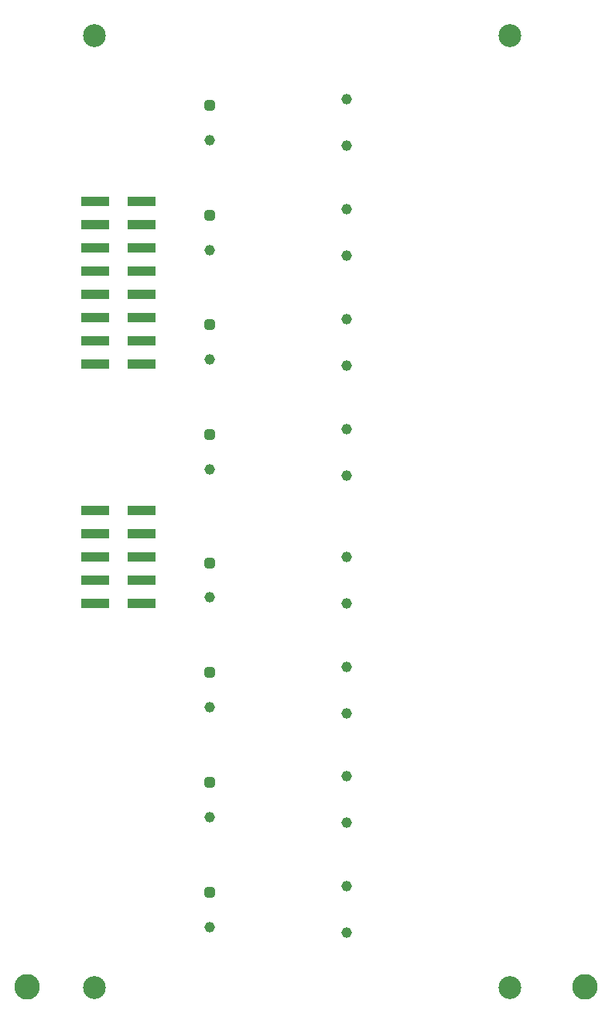
<source format=gbr>
%TF.GenerationSoftware,KiCad,Pcbnew,(6.0.1)*%
%TF.CreationDate,2023-08-04T16:14:03-07:00*%
%TF.ProjectId,pipes_sub,70697065-735f-4737-9562-2e6b69636164,1.2*%
%TF.SameCoordinates,Original*%
%TF.FileFunction,Soldermask,Top*%
%TF.FilePolarity,Negative*%
%FSLAX46Y46*%
G04 Gerber Fmt 4.6, Leading zero omitted, Abs format (unit mm)*
G04 Created by KiCad (PCBNEW (6.0.1)) date 2023-08-04 16:14:03*
%MOMM*%
%LPD*%
G01*
G04 APERTURE LIST*
G04 Aperture macros list*
%AMRoundRect*
0 Rectangle with rounded corners*
0 $1 Rounding radius*
0 $2 $3 $4 $5 $6 $7 $8 $9 X,Y pos of 4 corners*
0 Add a 4 corners polygon primitive as box body*
4,1,4,$2,$3,$4,$5,$6,$7,$8,$9,$2,$3,0*
0 Add four circle primitives for the rounded corners*
1,1,$1+$1,$2,$3*
1,1,$1+$1,$4,$5*
1,1,$1+$1,$6,$7*
1,1,$1+$1,$8,$9*
0 Add four rect primitives between the rounded corners*
20,1,$1+$1,$2,$3,$4,$5,0*
20,1,$1+$1,$4,$5,$6,$7,0*
20,1,$1+$1,$6,$7,$8,$9,0*
20,1,$1+$1,$8,$9,$2,$3,0*%
G04 Aperture macros list end*
%ADD10RoundRect,0.287500X-0.287500X-0.287500X0.287500X-0.287500X0.287500X0.287500X-0.287500X0.287500X0*%
%ADD11C,1.150000*%
%ADD12C,2.500000*%
%ADD13R,3.150000X1.000000*%
%ADD14C,2.800000*%
G04 APERTURE END LIST*
D10*
%TO.C,U26*%
X65170000Y-124600000D03*
D11*
X65170000Y-128400000D03*
X80170000Y-123960000D03*
X80170000Y-129040000D03*
%TD*%
D12*
%TO.C,H2*%
X98000000Y-43000000D03*
%TD*%
D10*
%TO.C,U27*%
X65170000Y-86600000D03*
D11*
X65170000Y-90400000D03*
X80170000Y-85960000D03*
X80170000Y-91040000D03*
%TD*%
D10*
%TO.C,U21*%
X65170000Y-74600000D03*
D11*
X65170000Y-78400000D03*
X80170000Y-73960000D03*
X80170000Y-79040000D03*
%TD*%
D10*
%TO.C,U22*%
X65170000Y-50600000D03*
D11*
X65170000Y-54400000D03*
X80170000Y-49960000D03*
X80170000Y-55040000D03*
%TD*%
D10*
%TO.C,U20*%
X65170000Y-112600000D03*
D11*
X65170000Y-116400000D03*
X80170000Y-111960000D03*
X80170000Y-117040000D03*
%TD*%
D10*
%TO.C,U28*%
X65170000Y-62600000D03*
D11*
X65170000Y-66400000D03*
X80170000Y-61960000D03*
X80170000Y-67040000D03*
%TD*%
D12*
%TO.C,H1*%
X52600000Y-43000000D03*
%TD*%
D10*
%TO.C,U33*%
X65170000Y-100600000D03*
D11*
X65170000Y-104400000D03*
X80170000Y-99960000D03*
X80170000Y-105040000D03*
%TD*%
D12*
%TO.C,H3*%
X98000000Y-147000000D03*
%TD*%
D10*
%TO.C,U32*%
X65170000Y-136600000D03*
D11*
X65170000Y-140400000D03*
X80170000Y-135960000D03*
X80170000Y-141040000D03*
%TD*%
D12*
%TO.C,H4*%
X52600000Y-147000000D03*
%TD*%
D13*
%TO.C,J4*%
X57725000Y-105080000D03*
X52675000Y-105080000D03*
X57725000Y-102540000D03*
X52675000Y-102540000D03*
X57725000Y-100000000D03*
X52675000Y-100000000D03*
X57725000Y-97460000D03*
X52675000Y-97460000D03*
X57725000Y-94920000D03*
X52675000Y-94920000D03*
%TD*%
%TO.C,J1*%
X52675000Y-61110000D03*
X57725000Y-61110000D03*
X52675000Y-63650000D03*
X57725000Y-63650000D03*
X52675000Y-66190000D03*
X57725000Y-66190000D03*
X52675000Y-68730000D03*
X57725000Y-68730000D03*
X52675000Y-71270000D03*
X57725000Y-71270000D03*
X52675000Y-73810000D03*
X57725000Y-73810000D03*
X52675000Y-76350000D03*
X57725000Y-76350000D03*
X52675000Y-78890000D03*
X57725000Y-78890000D03*
%TD*%
D14*
%TO.C,TP1*%
X106250000Y-146950000D03*
%TD*%
%TO.C,TP2*%
X45230000Y-146950000D03*
%TD*%
M02*

</source>
